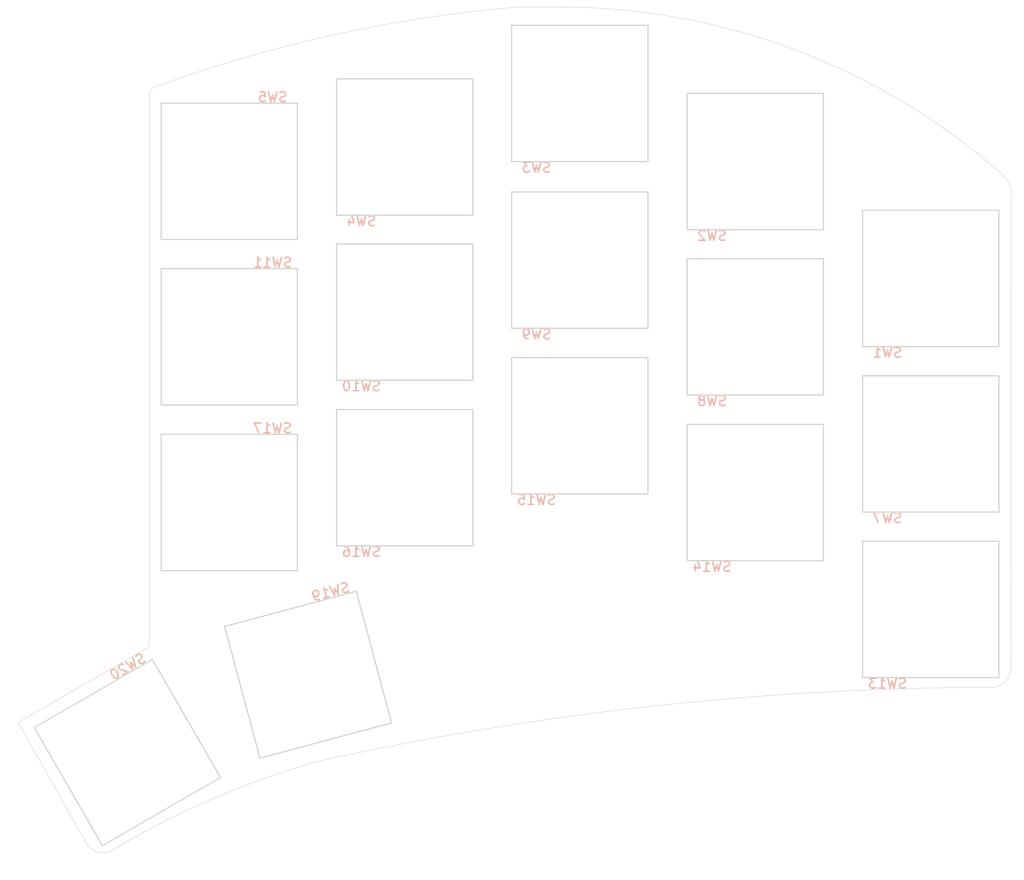
<source format=kicad_pcb>
(kicad_pcb (version 20221018) (generator pcbnew)
  (title_block (title "Corne Light") (date "2018-12-26") (rev "2.1") (company "foostan"))
  (layers (0 "F.Cu" signal) (31 "B.Cu" signal) (34 "B.Paste" user) (35 "F.Paste" user) (36 "B.SilkS" user "B.Silkscreen") (37 "F.SilkS" user "F.Silkscreen") (38 "B.Mask" user) (39 "F.Mask" user) (44 "Edge.Cuts" user))
  (net 0 "")
  (footprint "kbd:SW_Hole" (layer "F.Cu") (at 173.451246 69.702489 180)
    (fp_text reference "SW2" hide)
    (fp_text value "SW_PUSH" hide)
    (fp_text user "${REFERENCE}" (at 4.445 -7.62 180) (layer "B.SilkS") (effects (justify mirror)))
    (fp_line (start -7 -7) (end -7 7) (stroke (width 0.12)) (layer "Edge.Cuts"))
    (fp_line (start -7 7) (end 7 7) (stroke (width 0.12)) (layer "Edge.Cuts"))
    (fp_line (start 7 -7) (end -7 -7) (stroke (width 0.12)) (layer "Edge.Cuts"))
    (fp_line (start 7 7) (end 7 -7) (stroke (width 0.12)) (layer "Edge.Cuts"))
  )
  (footprint "" (layer "F.Cu") (at 182.455 98.585)
    (fp_text reference "" (at 0 0) (layer "F.SilkS") (effects (font (size 1.27 1.27))))
    (fp_text value "" (at 0 0) (layer "F.SilkS") (effects (font (size 1.27 1.27))))
    (pad "" np_thru_hole circle (at 0 0) (size 2.3 2.3) (drill 2.3) (layers "*.Cu" "*.Mask"))
  )
  (footprint "kbd:SW_Hole" (layer "F.Cu") (at 119.423246 70.702489)
    (fp_text reference "SW5" hide)
    (fp_text value "SW_PUSH" hide)
    (fp_text user "${REFERENCE}" (at 4.445 -7.62) (layer "B.SilkS") (effects (justify mirror)))
    (fp_line (start -7 -7) (end -7 7) (stroke (width 0.12)) (layer "Edge.Cuts"))
    (fp_line (start -7 7) (end 7 7) (stroke (width 0.12)) (layer "Edge.Cuts"))
    (fp_line (start 7 -7) (end -7 -7) (stroke (width 0.12)) (layer "Edge.Cuts"))
    (fp_line (start 7 7) (end 7 -7) (stroke (width 0.12)) (layer "Edge.Cuts"))
  )
  (footprint "kbd:SW_Hole" (layer "F.Cu") (at 173.451246 86.676489 180)
    (fp_text reference "SW8" hide)
    (fp_text value "SW_PUSH" hide)
    (fp_text user "${REFERENCE}" (at 4.445 -7.62 180) (layer "B.SilkS") (effects (justify mirror)))
    (fp_line (start -7 -7) (end -7 7) (stroke (width 0.12)) (layer "Edge.Cuts"))
    (fp_line (start -7 7) (end 7 7) (stroke (width 0.12)) (layer "Edge.Cuts"))
    (fp_line (start 7 -7) (end -7 -7) (stroke (width 0.12)) (layer "Edge.Cuts"))
    (fp_line (start 7 7) (end 7 -7) (stroke (width 0.12)) (layer "Edge.Cuts"))
  )
  (footprint "holykeebs:M2_HOLE_NPH" (layer "F.Cu") (at 118.362246 126.645489)
    (fp_text reference "" hide)
    (fp_text value "M2_HOLE_NPH" hide)
    (pad "" np_thru_hole circle (at 0 -1) (size 2.3 2.3) (drill 2.3) (layers "*.Cu" "*.Mask"))
  )
  (footprint "" (layer "F.Cu") (at 125.735 61.425)
    (fp_text reference "" (at 0 0) (layer "F.SilkS") (effects (font (size 1.27 1.27))))
    (fp_text value "" (at 0 0) (layer "F.SilkS") (effects (font (size 1.27 1.27))))
    (pad "" np_thru_hole circle (at 0 0) (size 2.3 2.3) (drill 2.3) (layers "*.Cu" "*.Mask"))
  )
  (footprint "kbd:SW_Hole" (layer "F.Cu") (at 191.469246 115.702489 180)
    (fp_text reference "SW13" hide)
    (fp_text value "SW_PUSH" hide)
    (fp_text user "${REFERENCE}" (at 4.445 -7.62) (layer "B.SilkS") (effects (justify mirror)))
    (fp_line (start -7 -7) (end -7 7) (stroke (width 0.12)) (layer "Edge.Cuts"))
    (fp_line (start -7 7) (end 7 7) (stroke (width 0.12)) (layer "Edge.Cuts"))
    (fp_line (start 7 -7) (end -7 -7) (stroke (width 0.12)) (layer "Edge.Cuts"))
    (fp_line (start 7 7) (end 7 -7) (stroke (width 0.12)) (layer "Edge.Cuts"))
  )
  (footprint "kbd:SW_Hole" (layer "F.Cu") (at 155.425246 79.818489 180)
    (fp_text reference "SW9" hide)
    (fp_text value "SW_PUSH" hide)
    (fp_text user "${REFERENCE}" (at 4.445 -7.62 180) (layer "B.SilkS") (effects (justify mirror)))
    (fp_line (start -7 -7) (end -7 7) (stroke (width 0.12)) (layer "Edge.Cuts"))
    (fp_line (start -7 7) (end 7 7) (stroke (width 0.12)) (layer "Edge.Cuts"))
    (fp_line (start 7 -7) (end -7 -7) (stroke (width 0.12)) (layer "Edge.Cuts"))
    (fp_line (start 7 7) (end 7 -7) (stroke (width 0.12)) (layer "Edge.Cuts"))
  )
  (footprint "kbd:SW_Hole" (layer "F.Cu") (at 173.451246 103.694489 180)
    (fp_text reference "SW14" hide)
    (fp_text value "SW_PUSH" hide)
    (fp_text user "${REFERENCE}" (at 4.445 -7.62 180) (layer "B.SilkS") (effects (justify mirror)))
    (fp_line (start -7 -7) (end -7 7) (stroke (width 0.12)) (layer "Edge.Cuts"))
    (fp_line (start -7 7) (end 7 7) (stroke (width 0.12)) (layer "Edge.Cuts"))
    (fp_line (start 7 -7) (end -7 -7) (stroke (width 0.12)) (layer "Edge.Cuts"))
    (fp_line (start 7 7) (end 7 -7) (stroke (width 0.12)) (layer "Edge.Cuts"))
  )
  (footprint "kbd:SW_Hole" (layer "F.Cu") (at 137.437246 102.170489 180)
    (fp_text reference "SW16" hide)
    (fp_text value "SW_PUSH" hide)
    (fp_text user "${REFERENCE}" (at 4.445 -7.62 180) (layer "B.SilkS") (effects (justify mirror)))
    (fp_line (start -7 -7) (end -7 7) (stroke (width 0.12)) (layer "Edge.Cuts"))
    (fp_line (start -7 7) (end 7 7) (stroke (width 0.12)) (layer "Edge.Cuts"))
    (fp_line (start 7 -7) (end -7 -7) (stroke (width 0.12)) (layer "Edge.Cuts"))
    (fp_line (start 7 7) (end 7 -7) (stroke (width 0.12)) (layer "Edge.Cuts"))
  )
  (footprint "kbd:SW_Hole" (layer "F.Cu") (at 191.469246 81.702489 180)
    (fp_text reference "SW1" hide)
    (fp_text value "SW_PUSH" hide)
    (fp_text user "${REFERENCE}" (at 4.445 -7.62 180) (layer "B.SilkS") (effects (justify mirror)))
    (fp_line (start -7 -7) (end -7 7) (stroke (width 0.12)) (layer "Edge.Cuts"))
    (fp_line (start -7 7) (end 7 7) (stroke (width 0.12)) (layer "Edge.Cuts"))
    (fp_line (start 7 -7) (end -7 -7) (stroke (width 0.12)) (layer "Edge.Cuts"))
    (fp_line (start 7 7) (end 7 -7) (stroke (width 0.12)) (layer "Edge.Cuts"))
  )
  (footprint "kbd:SW_Hole" (layer "F.Cu") (at 127.515246 122.402489 15)
    (fp_text reference "SW19" hide)
    (fp_text value "SW_PUSH" hide)
    (fp_text user "${REFERENCE}" (at 4.445 -7.62 15) (layer "B.SilkS") (effects (justify mirror)))
    (fp_line (start -7 -7) (end -7 7) (stroke (width 0.12)) (layer "Edge.Cuts"))
    (fp_line (start -7 7) (end 7 7) (stroke (width 0.12)) (layer "Edge.Cuts"))
    (fp_line (start 7 -7) (end -7 -7) (stroke (width 0.12)) (layer "Edge.Cuts"))
    (fp_line (start 7 7) (end 7 -7) (stroke (width 0.12)) (layer "Edge.Cuts"))
  )
  (footprint "kbd:SW_Hole" (layer "F.Cu") (at 155.425246 62.702489 180)
    (fp_text reference "SW3" hide)
    (fp_text value "SW_PUSH" hide)
    (fp_text user "${REFERENCE}" (at 4.445 -7.62 180) (layer "B.SilkS") (effects (justify mirror)))
    (fp_line (start -7 -7) (end -7 7) (stroke (width 0.12)) (layer "Edge.Cuts"))
    (fp_line (start -7 7) (end 7 7) (stroke (width 0.12)) (layer "Edge.Cuts"))
    (fp_line (start 7 -7) (end -7 -7) (stroke (width 0.12)) (layer "Edge.Cuts"))
    (fp_line (start 7 7) (end 7 -7) (stroke (width 0.12)) (layer "Edge.Cuts"))
  )
  (footprint "kbd:SW_Hole" (layer "F.Cu") (at 191.469246 98.702489 180)
    (fp_text reference "SW7" hide)
    (fp_text value "SW_PUSH" hide)
    (fp_text user "${REFERENCE}" (at 4.445 -7.62 180) (layer "B.SilkS") (effects (justify mirror)))
    (fp_line (start -7 -7) (end -7 7) (stroke (width 0.12)) (layer "Edge.Cuts"))
    (fp_line (start -7 7) (end 7 7) (stroke (width 0.12)) (layer "Edge.Cuts"))
    (fp_line (start 7 -7) (end -7 -7) (stroke (width 0.12)) (layer "Edge.Cuts"))
    (fp_line (start 7 7) (end 7 -7) (stroke (width 0.12)) (layer "Edge.Cuts"))
  )
  (footprint "kbd:SW_Hole" (layer "F.Cu") (at 155.425246 96.836489 180)
    (fp_text reference "SW15" hide)
    (fp_text value "SW_PUSH" hide)
    (fp_text user "${REFERENCE}" (at 4.445 -7.62 180) (layer "B.SilkS") (effects (justify mirror)))
    (fp_line (start -7 -7) (end -7 7) (stroke (width 0.12)) (layer "Edge.Cuts"))
    (fp_line (start -7 7) (end 7 7) (stroke (width 0.12)) (layer "Edge.Cuts"))
    (fp_line (start 7 -7) (end -7 -7) (stroke (width 0.12)) (layer "Edge.Cuts"))
    (fp_line (start 7 7) (end 7 -7) (stroke (width 0.12)) (layer "Edge.Cuts"))
  )
  (footprint "kbd:SW_Hole" (layer "F.Cu") (at 137.437246 68.202489 180)
    (fp_text reference "SW4" hide)
    (fp_text value "SW_PUSH" hide)
    (fp_text user "${REFERENCE}" (at 4.445 -7.62 180) (layer "B.SilkS") (effects (justify mirror)))
    (fp_line (start -7 -7) (end -7 7) (stroke (width 0.12)) (layer "Edge.Cuts"))
    (fp_line (start -7 7) (end 7 7) (stroke (width 0.12)) (layer "Edge.Cuts"))
    (fp_line (start 7 -7) (end -7 -7) (stroke (width 0.12)) (layer "Edge.Cuts"))
    (fp_line (start 7 7) (end 7 -7) (stroke (width 0.12)) (layer "Edge.Cuts"))
  )
  (footprint "kbd:SW_Hole" (layer "F.Cu") (at 119.423246 104.710489)
    (fp_text reference "SW17" hide)
    (fp_text value "SW_PUSH" hide)
    (fp_text user "${REFERENCE}" (at 4.445 -7.62) (layer "B.SilkS") (effects (justify mirror)))
    (fp_line (start -7 -7) (end -7 7) (stroke (width 0.12)) (layer "Edge.Cuts"))
    (fp_line (start -7 7) (end 7 7) (stroke (width 0.12)) (layer "Edge.Cuts"))
    (fp_line (start 7 -7) (end -7 -7) (stroke (width 0.12)) (layer "Edge.Cuts"))
    (fp_line (start 7 7) (end 7 -7) (stroke (width 0.12)) (layer "Edge.Cuts"))
  )
  (footprint "kbd:SW_Hole" (layer "F.Cu") (at 108.955246 130.402489 30)
    (fp_text reference "SW20" hide)
    (fp_text value "SW_PUSH" hide)
    (fp_text user "${REFERENCE}" (at 4.445 -7.62 30) (layer "B.SilkS") (effects (justify mirror)))
    (fp_line (start -7 -7) (end -7 7) (stroke (width 0.12)) (layer "Edge.Cuts"))
    (fp_line (start -7 7) (end 7 7) (stroke (width 0.12)) (layer "Edge.Cuts"))
    (fp_line (start 7 -7) (end -7 -7) (stroke (width 0.12)) (layer "Edge.Cuts"))
    (fp_line (start 7 7) (end 7 -7) (stroke (width 0.12)) (layer "Edge.Cuts"))
  )
  (footprint "" (layer "F.Cu") (at 186.132837 71.422142)
    (fp_text reference "" (at 0 0) (layer "F.SilkS") (effects (font (size 1.27 1.27))))
    (fp_text value "" (at 0 0) (layer "F.SilkS") (effects (font (size 1.27 1.27))))
    (pad "" np_thru_hole circle (at 0 0) (size 2.3 2.3) (drill 2.3) (layers "*.Cu" "*.Mask"))
  )
  (footprint "kbd:SW_Hole" (layer "F.Cu") (at 119.423246 87.692489)
    (fp_text reference "SW11" hide)
    (fp_text value "SW_PUSH" hide)
    (fp_text user "${REFERENCE}" (at 4.445 -7.62) (layer "B.SilkS") (effects (justify mirror)))
    (fp_line (start -7 -7) (end -7 7) (stroke (width 0.12)) (layer "Edge.Cuts"))
    (fp_line (start -7 7) (end 7 7) (stroke (width 0.12)) (layer "Edge.Cuts"))
    (fp_line (start 7 -7) (end -7 -7) (stroke (width 0.12)) (layer "Edge.Cuts"))
    (fp_line (start 7 7) (end 7 -7) (stroke (width 0.12)) (layer "Edge.Cuts"))
  )
  (footprint "kbd:SW_Hole" (layer "F.Cu") (at 137.437246 85.152489 180)
    (fp_text reference "SW10" hide)
    (fp_text value "SW_PUSH" hide)
    (fp_text user "${REFERENCE}" (at 4.445 -7.62 180) (layer "B.SilkS") (effects (justify mirror)))
    (fp_line (start -7 -7) (end -7 7) (stroke (width 0.12)) (layer "Edge.Cuts"))
    (fp_line (start -7 7) (end 7 7) (stroke (width 0.12)) (layer "Edge.Cuts"))
    (fp_line (start 7 -7) (end -7 -7) (stroke (width 0.12)) (layer "Edge.Cuts"))
    (fp_line (start 7 7) (end 7 -7) (stroke (width 0.12)) (layer "Edge.Cuts"))
  )
  (gr_line (start 111.219201 119.53) (end 111.219201 62.759908) (stroke (width 0.05)) (layer "Edge.Cuts"))
  (gr_arc (start 111.653956 62.079378) (mid 130.125367 56.696254) (end 149.149469 53.823168) (stroke (width 0.05)) (layer "Edge.Cuts"))
  (gr_arc (start 198.324246 70.585489) (mid 199.19432 71.481369) (end 199.751191 72.599191) (stroke (width 0.05)) (layer "Edge.Cuts"))
  (gr_arc (start 153.350857 53.828628) (mid 177.347716 58.153959) (end 198.324246 70.585489) (stroke (width 0.05)) (layer "Edge.Cuts"))
  (gr_arc (start 107.503246 140.370489) (mid 106.012243 140.641505) (end 104.771246 139.771754) (stroke (width 0.05)) (layer "Edge.Cuts"))
  (gr_arc (start 107.503246 140.370489) (mid 117.954756 135.04408) (end 129.032112 131.184435) (stroke (width 0.05)) (layer "Edge.Cuts"))
  (gr_line (start 199.751191 72.599191) (end 199.697246 86.168489) (stroke (width 0.05)) (layer "Edge.Cuts"))
  (gr_line (start 97.73 127.31) (end 104.771246 139.771754) (stroke (width 0.05)) (layer "Edge.Cuts"))
  (gr_line (start 199.697246 104.964489) (end 199.712753 121.865511) (stroke (width 0.05)) (layer "Edge.Cuts"))
  (gr_arc (start 199.712753 121.865511) (mid 199.061943 123.19394) (end 197.673246 123.703608) (stroke (width 0.05)) (layer "Edge.Cuts"))
  (gr_arc (start 129.032112 131.184435) (mid 163.152804 125.610044) (end 197.673246 123.703608) (stroke (width 0.05)) (layer "Edge.Cuts"))
  (gr_line (start 199.697246 86.168489) (end 199.697246 104.964489) (stroke (width 0.05)) (layer "Edge.Cuts"))
  (gr_line (start 149.149469 53.823168) (end 153.350857 53.828628) (stroke (width 0.05)) (layer "Edge.Cuts"))
  (gr_arc (start 111.219201 62.759908) (mid 111.337176 62.356139) (end 111.653956 62.079378) (stroke (width 0.05)) (layer "Edge.Cuts"))
  (gr_line (start 97.73 127.31) (end 111.219201 119.53) (stroke (width 0.05)) (layer "Edge.Cuts"))
)
</source>
